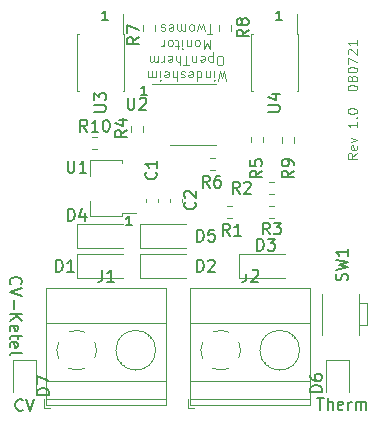
<source format=gto>
G04 #@! TF.GenerationSoftware,KiCad,Pcbnew,(5.1.9)-1*
G04 #@! TF.CreationDate,2021-07-08T21:32:50+02:00*
G04 #@! TF.ProjectId,OpenThermMonitorTwomes,4f70656e-5468-4657-926d-4d6f6e69746f,rev?*
G04 #@! TF.SameCoordinates,Original*
G04 #@! TF.FileFunction,Legend,Top*
G04 #@! TF.FilePolarity,Positive*
%FSLAX46Y46*%
G04 Gerber Fmt 4.6, Leading zero omitted, Abs format (unit mm)*
G04 Created by KiCad (PCBNEW (5.1.9)-1) date 2021-07-08 21:32:50*
%MOMM*%
%LPD*%
G01*
G04 APERTURE LIST*
%ADD10C,0.120000*%
%ADD11C,0.150000*%
%ADD12C,0.920000*%
%ADD13C,2.720000*%
%ADD14O,1.920000X1.920000*%
%ADD15C,0.100000*%
G04 APERTURE END LIST*
D10*
X153269904Y-96119380D02*
X152888952Y-96386047D01*
X153269904Y-96576523D02*
X152469904Y-96576523D01*
X152469904Y-96271761D01*
X152508000Y-96195571D01*
X152546095Y-96157476D01*
X152622285Y-96119380D01*
X152736571Y-96119380D01*
X152812761Y-96157476D01*
X152850857Y-96195571D01*
X152888952Y-96271761D01*
X152888952Y-96576523D01*
X153231809Y-95471761D02*
X153269904Y-95547952D01*
X153269904Y-95700333D01*
X153231809Y-95776523D01*
X153155619Y-95814619D01*
X152850857Y-95814619D01*
X152774666Y-95776523D01*
X152736571Y-95700333D01*
X152736571Y-95547952D01*
X152774666Y-95471761D01*
X152850857Y-95433666D01*
X152927047Y-95433666D01*
X153003238Y-95814619D01*
X152736571Y-95167000D02*
X153269904Y-94976523D01*
X152736571Y-94786047D01*
X153269904Y-93452714D02*
X153269904Y-93909857D01*
X153269904Y-93681285D02*
X152469904Y-93681285D01*
X152584190Y-93757476D01*
X152660380Y-93833666D01*
X152698476Y-93909857D01*
X153193714Y-93109857D02*
X153231809Y-93071761D01*
X153269904Y-93109857D01*
X153231809Y-93147952D01*
X153193714Y-93109857D01*
X153269904Y-93109857D01*
X152469904Y-92576523D02*
X152469904Y-92500333D01*
X152508000Y-92424142D01*
X152546095Y-92386047D01*
X152622285Y-92347952D01*
X152774666Y-92309857D01*
X152965142Y-92309857D01*
X153117523Y-92347952D01*
X153193714Y-92386047D01*
X153231809Y-92424142D01*
X153269904Y-92500333D01*
X153269904Y-92576523D01*
X153231809Y-92652714D01*
X153193714Y-92690809D01*
X153117523Y-92728904D01*
X152965142Y-92767000D01*
X152774666Y-92767000D01*
X152622285Y-92728904D01*
X152546095Y-92690809D01*
X152508000Y-92652714D01*
X152469904Y-92576523D01*
X152469904Y-90595571D02*
X152469904Y-90519380D01*
X152508000Y-90443190D01*
X152546095Y-90405095D01*
X152622285Y-90367000D01*
X152774666Y-90328904D01*
X152965142Y-90328904D01*
X153117523Y-90367000D01*
X153193714Y-90405095D01*
X153231809Y-90443190D01*
X153269904Y-90519380D01*
X153269904Y-90595571D01*
X153231809Y-90671761D01*
X153193714Y-90709857D01*
X153117523Y-90747952D01*
X152965142Y-90786047D01*
X152774666Y-90786047D01*
X152622285Y-90747952D01*
X152546095Y-90709857D01*
X152508000Y-90671761D01*
X152469904Y-90595571D01*
X152812761Y-89871761D02*
X152774666Y-89947952D01*
X152736571Y-89986047D01*
X152660380Y-90024142D01*
X152622285Y-90024142D01*
X152546095Y-89986047D01*
X152508000Y-89947952D01*
X152469904Y-89871761D01*
X152469904Y-89719380D01*
X152508000Y-89643190D01*
X152546095Y-89605095D01*
X152622285Y-89567000D01*
X152660380Y-89567000D01*
X152736571Y-89605095D01*
X152774666Y-89643190D01*
X152812761Y-89719380D01*
X152812761Y-89871761D01*
X152850857Y-89947952D01*
X152888952Y-89986047D01*
X152965142Y-90024142D01*
X153117523Y-90024142D01*
X153193714Y-89986047D01*
X153231809Y-89947952D01*
X153269904Y-89871761D01*
X153269904Y-89719380D01*
X153231809Y-89643190D01*
X153193714Y-89605095D01*
X153117523Y-89567000D01*
X152965142Y-89567000D01*
X152888952Y-89605095D01*
X152850857Y-89643190D01*
X152812761Y-89719380D01*
X152469904Y-89071761D02*
X152469904Y-88995571D01*
X152508000Y-88919380D01*
X152546095Y-88881285D01*
X152622285Y-88843190D01*
X152774666Y-88805095D01*
X152965142Y-88805095D01*
X153117523Y-88843190D01*
X153193714Y-88881285D01*
X153231809Y-88919380D01*
X153269904Y-88995571D01*
X153269904Y-89071761D01*
X153231809Y-89147952D01*
X153193714Y-89186047D01*
X153117523Y-89224142D01*
X152965142Y-89262238D01*
X152774666Y-89262238D01*
X152622285Y-89224142D01*
X152546095Y-89186047D01*
X152508000Y-89147952D01*
X152469904Y-89071761D01*
X152469904Y-88538428D02*
X152469904Y-88005095D01*
X153269904Y-88347952D01*
X152546095Y-87738428D02*
X152508000Y-87700333D01*
X152469904Y-87624142D01*
X152469904Y-87433666D01*
X152508000Y-87357476D01*
X152546095Y-87319380D01*
X152622285Y-87281285D01*
X152698476Y-87281285D01*
X152812761Y-87319380D01*
X153269904Y-87776523D01*
X153269904Y-87281285D01*
X153269904Y-86519380D02*
X153269904Y-86976523D01*
X153269904Y-86747952D02*
X152469904Y-86747952D01*
X152584190Y-86824142D01*
X152660380Y-86900333D01*
X152698476Y-86976523D01*
D11*
X124975952Y-117832142D02*
X124928333Y-117879761D01*
X124785476Y-117927380D01*
X124690238Y-117927380D01*
X124547380Y-117879761D01*
X124452142Y-117784523D01*
X124404523Y-117689285D01*
X124356904Y-117498809D01*
X124356904Y-117355952D01*
X124404523Y-117165476D01*
X124452142Y-117070238D01*
X124547380Y-116975000D01*
X124690238Y-116927380D01*
X124785476Y-116927380D01*
X124928333Y-116975000D01*
X124975952Y-117022619D01*
X125261666Y-116927380D02*
X125595000Y-117927380D01*
X125928333Y-116927380D01*
D10*
X142163380Y-89946095D02*
X141972904Y-89146095D01*
X141820523Y-89717523D01*
X141668142Y-89146095D01*
X141477666Y-89946095D01*
X141172904Y-89146095D02*
X141172904Y-89679428D01*
X141172904Y-89946095D02*
X141211000Y-89908000D01*
X141172904Y-89869904D01*
X141134809Y-89908000D01*
X141172904Y-89946095D01*
X141172904Y-89869904D01*
X140791952Y-89679428D02*
X140791952Y-89146095D01*
X140791952Y-89603238D02*
X140753857Y-89641333D01*
X140677666Y-89679428D01*
X140563380Y-89679428D01*
X140487190Y-89641333D01*
X140449095Y-89565142D01*
X140449095Y-89146095D01*
X139725285Y-89146095D02*
X139725285Y-89946095D01*
X139725285Y-89184190D02*
X139801476Y-89146095D01*
X139953857Y-89146095D01*
X140030047Y-89184190D01*
X140068142Y-89222285D01*
X140106238Y-89298476D01*
X140106238Y-89527047D01*
X140068142Y-89603238D01*
X140030047Y-89641333D01*
X139953857Y-89679428D01*
X139801476Y-89679428D01*
X139725285Y-89641333D01*
X139039571Y-89184190D02*
X139115761Y-89146095D01*
X139268142Y-89146095D01*
X139344333Y-89184190D01*
X139382428Y-89260380D01*
X139382428Y-89565142D01*
X139344333Y-89641333D01*
X139268142Y-89679428D01*
X139115761Y-89679428D01*
X139039571Y-89641333D01*
X139001476Y-89565142D01*
X139001476Y-89488952D01*
X139382428Y-89412761D01*
X138696714Y-89184190D02*
X138620523Y-89146095D01*
X138468142Y-89146095D01*
X138391952Y-89184190D01*
X138353857Y-89260380D01*
X138353857Y-89298476D01*
X138391952Y-89374666D01*
X138468142Y-89412761D01*
X138582428Y-89412761D01*
X138658619Y-89450857D01*
X138696714Y-89527047D01*
X138696714Y-89565142D01*
X138658619Y-89641333D01*
X138582428Y-89679428D01*
X138468142Y-89679428D01*
X138391952Y-89641333D01*
X138011000Y-89146095D02*
X138011000Y-89946095D01*
X137668142Y-89146095D02*
X137668142Y-89565142D01*
X137706238Y-89641333D01*
X137782428Y-89679428D01*
X137896714Y-89679428D01*
X137972904Y-89641333D01*
X138011000Y-89603238D01*
X136982428Y-89184190D02*
X137058619Y-89146095D01*
X137211000Y-89146095D01*
X137287190Y-89184190D01*
X137325285Y-89260380D01*
X137325285Y-89565142D01*
X137287190Y-89641333D01*
X137211000Y-89679428D01*
X137058619Y-89679428D01*
X136982428Y-89641333D01*
X136944333Y-89565142D01*
X136944333Y-89488952D01*
X137325285Y-89412761D01*
X136601476Y-89146095D02*
X136601476Y-89679428D01*
X136601476Y-89946095D02*
X136639571Y-89908000D01*
X136601476Y-89869904D01*
X136563380Y-89908000D01*
X136601476Y-89946095D01*
X136601476Y-89869904D01*
X136220523Y-89146095D02*
X136220523Y-89679428D01*
X136220523Y-89603238D02*
X136182428Y-89641333D01*
X136106238Y-89679428D01*
X135991952Y-89679428D01*
X135915761Y-89641333D01*
X135877666Y-89565142D01*
X135877666Y-89146095D01*
X135877666Y-89565142D02*
X135839571Y-89641333D01*
X135763380Y-89679428D01*
X135649095Y-89679428D01*
X135572904Y-89641333D01*
X135534809Y-89565142D01*
X135534809Y-89146095D01*
X141744333Y-88626095D02*
X141591952Y-88626095D01*
X141515761Y-88588000D01*
X141439571Y-88511809D01*
X141401476Y-88359428D01*
X141401476Y-88092761D01*
X141439571Y-87940380D01*
X141515761Y-87864190D01*
X141591952Y-87826095D01*
X141744333Y-87826095D01*
X141820523Y-87864190D01*
X141896714Y-87940380D01*
X141934809Y-88092761D01*
X141934809Y-88359428D01*
X141896714Y-88511809D01*
X141820523Y-88588000D01*
X141744333Y-88626095D01*
X141058619Y-88359428D02*
X141058619Y-87559428D01*
X141058619Y-88321333D02*
X140982428Y-88359428D01*
X140830047Y-88359428D01*
X140753857Y-88321333D01*
X140715761Y-88283238D01*
X140677666Y-88207047D01*
X140677666Y-87978476D01*
X140715761Y-87902285D01*
X140753857Y-87864190D01*
X140830047Y-87826095D01*
X140982428Y-87826095D01*
X141058619Y-87864190D01*
X140030047Y-87864190D02*
X140106238Y-87826095D01*
X140258619Y-87826095D01*
X140334809Y-87864190D01*
X140372904Y-87940380D01*
X140372904Y-88245142D01*
X140334809Y-88321333D01*
X140258619Y-88359428D01*
X140106238Y-88359428D01*
X140030047Y-88321333D01*
X139991952Y-88245142D01*
X139991952Y-88168952D01*
X140372904Y-88092761D01*
X139649095Y-88359428D02*
X139649095Y-87826095D01*
X139649095Y-88283238D02*
X139611000Y-88321333D01*
X139534809Y-88359428D01*
X139420523Y-88359428D01*
X139344333Y-88321333D01*
X139306238Y-88245142D01*
X139306238Y-87826095D01*
X139039571Y-88626095D02*
X138582428Y-88626095D01*
X138811000Y-87826095D02*
X138811000Y-88626095D01*
X138315761Y-87826095D02*
X138315761Y-88626095D01*
X137972904Y-87826095D02*
X137972904Y-88245142D01*
X138011000Y-88321333D01*
X138087190Y-88359428D01*
X138201476Y-88359428D01*
X138277666Y-88321333D01*
X138315761Y-88283238D01*
X137287190Y-87864190D02*
X137363380Y-87826095D01*
X137515761Y-87826095D01*
X137591952Y-87864190D01*
X137630047Y-87940380D01*
X137630047Y-88245142D01*
X137591952Y-88321333D01*
X137515761Y-88359428D01*
X137363380Y-88359428D01*
X137287190Y-88321333D01*
X137249095Y-88245142D01*
X137249095Y-88168952D01*
X137630047Y-88092761D01*
X136906238Y-87826095D02*
X136906238Y-88359428D01*
X136906238Y-88207047D02*
X136868142Y-88283238D01*
X136830047Y-88321333D01*
X136753857Y-88359428D01*
X136677666Y-88359428D01*
X136411000Y-87826095D02*
X136411000Y-88359428D01*
X136411000Y-88283238D02*
X136372904Y-88321333D01*
X136296714Y-88359428D01*
X136182428Y-88359428D01*
X136106238Y-88321333D01*
X136068142Y-88245142D01*
X136068142Y-87826095D01*
X136068142Y-88245142D02*
X136030047Y-88321333D01*
X135953857Y-88359428D01*
X135839571Y-88359428D01*
X135763380Y-88321333D01*
X135725285Y-88245142D01*
X135725285Y-87826095D01*
X140830047Y-86506095D02*
X140830047Y-87306095D01*
X140563380Y-86734666D01*
X140296714Y-87306095D01*
X140296714Y-86506095D01*
X139801476Y-86506095D02*
X139877666Y-86544190D01*
X139915761Y-86582285D01*
X139953857Y-86658476D01*
X139953857Y-86887047D01*
X139915761Y-86963238D01*
X139877666Y-87001333D01*
X139801476Y-87039428D01*
X139687190Y-87039428D01*
X139611000Y-87001333D01*
X139572904Y-86963238D01*
X139534809Y-86887047D01*
X139534809Y-86658476D01*
X139572904Y-86582285D01*
X139611000Y-86544190D01*
X139687190Y-86506095D01*
X139801476Y-86506095D01*
X139191952Y-87039428D02*
X139191952Y-86506095D01*
X139191952Y-86963238D02*
X139153857Y-87001333D01*
X139077666Y-87039428D01*
X138963380Y-87039428D01*
X138887190Y-87001333D01*
X138849095Y-86925142D01*
X138849095Y-86506095D01*
X138468142Y-86506095D02*
X138468142Y-87039428D01*
X138468142Y-87306095D02*
X138506238Y-87268000D01*
X138468142Y-87229904D01*
X138430047Y-87268000D01*
X138468142Y-87306095D01*
X138468142Y-87229904D01*
X138201476Y-87039428D02*
X137896714Y-87039428D01*
X138087190Y-87306095D02*
X138087190Y-86620380D01*
X138049095Y-86544190D01*
X137972904Y-86506095D01*
X137896714Y-86506095D01*
X137515761Y-86506095D02*
X137591952Y-86544190D01*
X137630047Y-86582285D01*
X137668142Y-86658476D01*
X137668142Y-86887047D01*
X137630047Y-86963238D01*
X137591952Y-87001333D01*
X137515761Y-87039428D01*
X137401476Y-87039428D01*
X137325285Y-87001333D01*
X137287190Y-86963238D01*
X137249095Y-86887047D01*
X137249095Y-86658476D01*
X137287190Y-86582285D01*
X137325285Y-86544190D01*
X137401476Y-86506095D01*
X137515761Y-86506095D01*
X136906238Y-86506095D02*
X136906238Y-87039428D01*
X136906238Y-86887047D02*
X136868142Y-86963238D01*
X136830047Y-87001333D01*
X136753857Y-87039428D01*
X136677666Y-87039428D01*
X141020523Y-85986095D02*
X140563380Y-85986095D01*
X140791952Y-85186095D02*
X140791952Y-85986095D01*
X140372904Y-85719428D02*
X140220523Y-85186095D01*
X140068142Y-85567047D01*
X139915761Y-85186095D01*
X139763380Y-85719428D01*
X139344333Y-85186095D02*
X139420523Y-85224190D01*
X139458619Y-85262285D01*
X139496714Y-85338476D01*
X139496714Y-85567047D01*
X139458619Y-85643238D01*
X139420523Y-85681333D01*
X139344333Y-85719428D01*
X139230047Y-85719428D01*
X139153857Y-85681333D01*
X139115761Y-85643238D01*
X139077666Y-85567047D01*
X139077666Y-85338476D01*
X139115761Y-85262285D01*
X139153857Y-85224190D01*
X139230047Y-85186095D01*
X139344333Y-85186095D01*
X138734809Y-85186095D02*
X138734809Y-85719428D01*
X138734809Y-85643238D02*
X138696714Y-85681333D01*
X138620523Y-85719428D01*
X138506238Y-85719428D01*
X138430047Y-85681333D01*
X138391952Y-85605142D01*
X138391952Y-85186095D01*
X138391952Y-85605142D02*
X138353857Y-85681333D01*
X138277666Y-85719428D01*
X138163380Y-85719428D01*
X138087190Y-85681333D01*
X138049095Y-85605142D01*
X138049095Y-85186095D01*
X137363380Y-85224190D02*
X137439571Y-85186095D01*
X137591952Y-85186095D01*
X137668142Y-85224190D01*
X137706238Y-85300380D01*
X137706238Y-85605142D01*
X137668142Y-85681333D01*
X137591952Y-85719428D01*
X137439571Y-85719428D01*
X137363380Y-85681333D01*
X137325285Y-85605142D01*
X137325285Y-85528952D01*
X137706238Y-85452761D01*
X137020523Y-85224190D02*
X136944333Y-85186095D01*
X136791952Y-85186095D01*
X136715761Y-85224190D01*
X136677666Y-85300380D01*
X136677666Y-85338476D01*
X136715761Y-85414666D01*
X136791952Y-85452761D01*
X136906238Y-85452761D01*
X136982428Y-85490857D01*
X137020523Y-85567047D01*
X137020523Y-85605142D01*
X136982428Y-85681333D01*
X136906238Y-85719428D01*
X136791952Y-85719428D01*
X136715761Y-85681333D01*
D11*
X132181571Y-84816904D02*
X131724428Y-84816904D01*
X131953000Y-84816904D02*
X131953000Y-84016904D01*
X131876809Y-84131190D01*
X131800619Y-84207380D01*
X131724428Y-84245476D01*
X146913571Y-84816904D02*
X146456428Y-84816904D01*
X146685000Y-84816904D02*
X146685000Y-84016904D01*
X146608809Y-84131190D01*
X146532619Y-84207380D01*
X146456428Y-84245476D01*
X134213571Y-102215904D02*
X133756428Y-102215904D01*
X133985000Y-102215904D02*
X133985000Y-101415904D01*
X133908809Y-101530190D01*
X133832619Y-101606380D01*
X133756428Y-101644476D01*
X135483571Y-91166904D02*
X135026428Y-91166904D01*
X135255000Y-91166904D02*
X135255000Y-90366904D01*
X135178809Y-90481190D01*
X135102619Y-90557380D01*
X135026428Y-90595476D01*
X149876142Y-116800380D02*
X150447571Y-116800380D01*
X150161857Y-117800380D02*
X150161857Y-116800380D01*
X150780904Y-117800380D02*
X150780904Y-116800380D01*
X151209476Y-117800380D02*
X151209476Y-117276571D01*
X151161857Y-117181333D01*
X151066619Y-117133714D01*
X150923761Y-117133714D01*
X150828523Y-117181333D01*
X150780904Y-117228952D01*
X152066619Y-117752761D02*
X151971380Y-117800380D01*
X151780904Y-117800380D01*
X151685666Y-117752761D01*
X151638047Y-117657523D01*
X151638047Y-117276571D01*
X151685666Y-117181333D01*
X151780904Y-117133714D01*
X151971380Y-117133714D01*
X152066619Y-117181333D01*
X152114238Y-117276571D01*
X152114238Y-117371809D01*
X151638047Y-117467047D01*
X152542809Y-117800380D02*
X152542809Y-117133714D01*
X152542809Y-117324190D02*
X152590428Y-117228952D01*
X152638047Y-117181333D01*
X152733285Y-117133714D01*
X152828523Y-117133714D01*
X153161857Y-117800380D02*
X153161857Y-117133714D01*
X153161857Y-117228952D02*
X153209476Y-117181333D01*
X153304714Y-117133714D01*
X153447571Y-117133714D01*
X153542809Y-117181333D01*
X153590428Y-117276571D01*
X153590428Y-117800380D01*
X153590428Y-117276571D02*
X153638047Y-117181333D01*
X153733285Y-117133714D01*
X153876142Y-117133714D01*
X153971380Y-117181333D01*
X154019000Y-117276571D01*
X154019000Y-117800380D01*
X123975857Y-107212142D02*
X123928238Y-107164523D01*
X123880619Y-107021666D01*
X123880619Y-106926428D01*
X123928238Y-106783571D01*
X124023476Y-106688333D01*
X124118714Y-106640714D01*
X124309190Y-106593095D01*
X124452047Y-106593095D01*
X124642523Y-106640714D01*
X124737761Y-106688333D01*
X124833000Y-106783571D01*
X124880619Y-106926428D01*
X124880619Y-107021666D01*
X124833000Y-107164523D01*
X124785380Y-107212142D01*
X124880619Y-107497857D02*
X123880619Y-107831190D01*
X124880619Y-108164523D01*
X124261571Y-108497857D02*
X124261571Y-109259761D01*
X123880619Y-109735952D02*
X124880619Y-109735952D01*
X123880619Y-110307380D02*
X124452047Y-109878809D01*
X124880619Y-110307380D02*
X124309190Y-109735952D01*
X123928238Y-111116904D02*
X123880619Y-111021666D01*
X123880619Y-110831190D01*
X123928238Y-110735952D01*
X124023476Y-110688333D01*
X124404428Y-110688333D01*
X124499666Y-110735952D01*
X124547285Y-110831190D01*
X124547285Y-111021666D01*
X124499666Y-111116904D01*
X124404428Y-111164523D01*
X124309190Y-111164523D01*
X124213952Y-110688333D01*
X124547285Y-111450238D02*
X124547285Y-111831190D01*
X124880619Y-111593095D02*
X124023476Y-111593095D01*
X123928238Y-111640714D01*
X123880619Y-111735952D01*
X123880619Y-111831190D01*
X123928238Y-112545476D02*
X123880619Y-112450238D01*
X123880619Y-112259761D01*
X123928238Y-112164523D01*
X124023476Y-112116904D01*
X124404428Y-112116904D01*
X124499666Y-112164523D01*
X124547285Y-112259761D01*
X124547285Y-112450238D01*
X124499666Y-112545476D01*
X124404428Y-112593095D01*
X124309190Y-112593095D01*
X124213952Y-112116904D01*
X123880619Y-113164523D02*
X123928238Y-113069285D01*
X124023476Y-113021666D01*
X124880619Y-113021666D01*
D10*
X153442000Y-107978000D02*
X153442000Y-111478000D01*
X150342000Y-111478000D02*
X150342000Y-107978000D01*
X154092000Y-110678000D02*
X153442000Y-110678000D01*
X154092000Y-108778000D02*
X154092000Y-110678000D01*
X153442000Y-108778000D02*
X154092000Y-108778000D01*
X138932000Y-117676000D02*
X139432000Y-117676000D01*
X138932000Y-116936000D02*
X138932000Y-117676000D01*
X145505000Y-113799000D02*
X145458000Y-113845000D01*
X147802000Y-111501000D02*
X147767000Y-111537000D01*
X145698000Y-114015000D02*
X145663000Y-114050000D01*
X148007000Y-111707000D02*
X147960000Y-111753000D01*
X149292000Y-107515000D02*
X149292000Y-117436000D01*
X139172000Y-107515000D02*
X139172000Y-117436000D01*
X139172000Y-117436000D02*
X149292000Y-117436000D01*
X139172000Y-107515000D02*
X149292000Y-107515000D01*
X139172000Y-110475000D02*
X149292000Y-110475000D01*
X139172000Y-115376000D02*
X149292000Y-115376000D01*
X139172000Y-116876000D02*
X149292000Y-116876000D01*
X148412000Y-112776000D02*
G75*
G03*
X148412000Y-112776000I-1680000J0D01*
G01*
X142415318Y-114310756D02*
G75*
G02*
X141732000Y-114456000I-683318J1534756D01*
G01*
X143267426Y-112092958D02*
G75*
G02*
X143267000Y-113460000I-1535426J-683042D01*
G01*
X141048958Y-111240574D02*
G75*
G02*
X142416000Y-111241000I683042J-1535426D01*
G01*
X140196574Y-113459042D02*
G75*
G02*
X140197000Y-112092000I1535426J683042D01*
G01*
X141760805Y-114456253D02*
G75*
G02*
X141048000Y-114311000I-28805J1680253D01*
G01*
X136220000Y-112776000D02*
G75*
G03*
X136220000Y-112776000I-1680000J0D01*
G01*
X126980000Y-116876000D02*
X137100000Y-116876000D01*
X126980000Y-115376000D02*
X137100000Y-115376000D01*
X126980000Y-110475000D02*
X137100000Y-110475000D01*
X126980000Y-107515000D02*
X137100000Y-107515000D01*
X126980000Y-117436000D02*
X137100000Y-117436000D01*
X126980000Y-107515000D02*
X126980000Y-117436000D01*
X137100000Y-107515000D02*
X137100000Y-117436000D01*
X135815000Y-111707000D02*
X135768000Y-111753000D01*
X133506000Y-114015000D02*
X133471000Y-114050000D01*
X135610000Y-111501000D02*
X135575000Y-111537000D01*
X133313000Y-113799000D02*
X133266000Y-113845000D01*
X126740000Y-116936000D02*
X126740000Y-117676000D01*
X126740000Y-117676000D02*
X127240000Y-117676000D01*
X129568805Y-114456253D02*
G75*
G02*
X128856000Y-114311000I-28805J1680253D01*
G01*
X128004574Y-113459042D02*
G75*
G02*
X128005000Y-112092000I1535426J683042D01*
G01*
X128856958Y-111240574D02*
G75*
G02*
X130224000Y-111241000I683042J-1535426D01*
G01*
X131075426Y-112092958D02*
G75*
G02*
X131075000Y-113460000I-1535426J-683042D01*
G01*
X130223318Y-114310756D02*
G75*
G02*
X129540000Y-114456000I-683318J1534756D01*
G01*
X134910000Y-102124000D02*
X138810000Y-102124000D01*
X134910000Y-104124000D02*
X138810000Y-104124000D01*
X134910000Y-102124000D02*
X134910000Y-104124000D01*
X129576000Y-102124000D02*
X133476000Y-102124000D01*
X129576000Y-104124000D02*
X133476000Y-104124000D01*
X129576000Y-102124000D02*
X129576000Y-104124000D01*
X143292000Y-104664000D02*
X147192000Y-104664000D01*
X143292000Y-106664000D02*
X147192000Y-106664000D01*
X143292000Y-104664000D02*
X143292000Y-106664000D01*
X134910000Y-104664000D02*
X138810000Y-104664000D01*
X134910000Y-106664000D02*
X138810000Y-106664000D01*
X134910000Y-104664000D02*
X134910000Y-106664000D01*
X129576000Y-104664000D02*
X133476000Y-104664000D01*
X129576000Y-106664000D02*
X133476000Y-106664000D01*
X129576000Y-104664000D02*
X129576000Y-106664000D01*
X148154000Y-85992000D02*
X148154000Y-84292000D01*
X144454000Y-90792000D02*
X144304000Y-90792000D01*
X144304000Y-90792000D02*
X144304000Y-85992000D01*
X144304000Y-85992000D02*
X144454000Y-85992000D01*
X148154000Y-85992000D02*
X148304000Y-85992000D01*
X148304000Y-85992000D02*
X148304000Y-90792000D01*
X148304000Y-90792000D02*
X148154000Y-90792000D01*
X133572000Y-90792000D02*
X133422000Y-90792000D01*
X133572000Y-85992000D02*
X133572000Y-90792000D01*
X133422000Y-85992000D02*
X133572000Y-85992000D01*
X129572000Y-85992000D02*
X129722000Y-85992000D01*
X129572000Y-90792000D02*
X129572000Y-85992000D01*
X129722000Y-90792000D02*
X129572000Y-90792000D01*
X133422000Y-85992000D02*
X133422000Y-84292000D01*
X139381000Y-90277000D02*
X135931000Y-90277000D01*
X139381000Y-90277000D02*
X141331000Y-90277000D01*
X139381000Y-95397000D02*
X137431000Y-95397000D01*
X139381000Y-95397000D02*
X141331000Y-95397000D01*
X133394000Y-96700000D02*
X133394000Y-96930000D01*
X133394000Y-101420000D02*
X133394000Y-101190000D01*
X133394000Y-101420000D02*
X130674000Y-101420000D01*
X130674000Y-101420000D02*
X130674000Y-100110000D01*
X134534000Y-101190000D02*
X133394000Y-101190000D01*
X130674000Y-96700000D02*
X133394000Y-96700000D01*
X130674000Y-98010000D02*
X130674000Y-96700000D01*
X130826742Y-95772500D02*
X131301258Y-95772500D01*
X130826742Y-94727500D02*
X131301258Y-94727500D01*
X146924500Y-94758742D02*
X146924500Y-95233258D01*
X147969500Y-94758742D02*
X147969500Y-95233258D01*
X142635500Y-85708258D02*
X142635500Y-85233742D01*
X141590500Y-85708258D02*
X141590500Y-85233742D01*
X136158500Y-85708258D02*
X136158500Y-85233742D01*
X135113500Y-85708258D02*
X135113500Y-85233742D01*
X141270258Y-96505500D02*
X140795742Y-96505500D01*
X141270258Y-97550500D02*
X140795742Y-97550500D01*
X144257500Y-94695742D02*
X144257500Y-95170258D01*
X145302500Y-94695742D02*
X145302500Y-95170258D01*
X134097500Y-93805742D02*
X134097500Y-94280258D01*
X135142500Y-93805742D02*
X135142500Y-94280258D01*
X146287258Y-100569500D02*
X145812742Y-100569500D01*
X146287258Y-101614500D02*
X145812742Y-101614500D01*
X145812742Y-99582500D02*
X146287258Y-99582500D01*
X145812742Y-98537500D02*
X146287258Y-98537500D01*
X142256742Y-101614500D02*
X142731258Y-101614500D01*
X142256742Y-100569500D02*
X142731258Y-100569500D01*
X124135000Y-113631000D02*
X124135000Y-116316000D01*
X126055000Y-113631000D02*
X124135000Y-113631000D01*
X126055000Y-116316000D02*
X126055000Y-113631000D01*
X150678000Y-113631000D02*
X150678000Y-116316000D01*
X152598000Y-113631000D02*
X150678000Y-113631000D01*
X152598000Y-116316000D02*
X152598000Y-113631000D01*
X137412000Y-99935420D02*
X137412000Y-100216580D01*
X138432000Y-99935420D02*
X138432000Y-100216580D01*
X135380000Y-99935420D02*
X135380000Y-100216580D01*
X136400000Y-99935420D02*
X136400000Y-100216580D01*
D11*
X152423761Y-106870333D02*
X152471380Y-106727476D01*
X152471380Y-106489380D01*
X152423761Y-106394142D01*
X152376142Y-106346523D01*
X152280904Y-106298904D01*
X152185666Y-106298904D01*
X152090428Y-106346523D01*
X152042809Y-106394142D01*
X151995190Y-106489380D01*
X151947571Y-106679857D01*
X151899952Y-106775095D01*
X151852333Y-106822714D01*
X151757095Y-106870333D01*
X151661857Y-106870333D01*
X151566619Y-106822714D01*
X151519000Y-106775095D01*
X151471380Y-106679857D01*
X151471380Y-106441761D01*
X151519000Y-106298904D01*
X151471380Y-105965571D02*
X152471380Y-105727476D01*
X151757095Y-105537000D01*
X152471380Y-105346523D01*
X151471380Y-105108428D01*
X152471380Y-104203666D02*
X152471380Y-104775095D01*
X152471380Y-104489380D02*
X151471380Y-104489380D01*
X151614238Y-104584619D01*
X151709476Y-104679857D01*
X151757095Y-104775095D01*
X143898666Y-105968380D02*
X143898666Y-106682666D01*
X143851047Y-106825523D01*
X143755809Y-106920761D01*
X143612952Y-106968380D01*
X143517714Y-106968380D01*
X144327238Y-106063619D02*
X144374857Y-106016000D01*
X144470095Y-105968380D01*
X144708190Y-105968380D01*
X144803428Y-106016000D01*
X144851047Y-106063619D01*
X144898666Y-106158857D01*
X144898666Y-106254095D01*
X144851047Y-106396952D01*
X144279619Y-106968380D01*
X144898666Y-106968380D01*
X131706666Y-105968380D02*
X131706666Y-106682666D01*
X131659047Y-106825523D01*
X131563809Y-106920761D01*
X131420952Y-106968380D01*
X131325714Y-106968380D01*
X132706666Y-106968380D02*
X132135238Y-106968380D01*
X132420952Y-106968380D02*
X132420952Y-105968380D01*
X132325714Y-106111238D01*
X132230476Y-106206476D01*
X132135238Y-106254095D01*
X139723904Y-103576380D02*
X139723904Y-102576380D01*
X139962000Y-102576380D01*
X140104857Y-102624000D01*
X140200095Y-102719238D01*
X140247714Y-102814476D01*
X140295333Y-103004952D01*
X140295333Y-103147809D01*
X140247714Y-103338285D01*
X140200095Y-103433523D01*
X140104857Y-103528761D01*
X139962000Y-103576380D01*
X139723904Y-103576380D01*
X141200095Y-102576380D02*
X140723904Y-102576380D01*
X140676285Y-103052571D01*
X140723904Y-103004952D01*
X140819142Y-102957333D01*
X141057238Y-102957333D01*
X141152476Y-103004952D01*
X141200095Y-103052571D01*
X141247714Y-103147809D01*
X141247714Y-103385904D01*
X141200095Y-103481142D01*
X141152476Y-103528761D01*
X141057238Y-103576380D01*
X140819142Y-103576380D01*
X140723904Y-103528761D01*
X140676285Y-103481142D01*
X128801904Y-101798380D02*
X128801904Y-100798380D01*
X129040000Y-100798380D01*
X129182857Y-100846000D01*
X129278095Y-100941238D01*
X129325714Y-101036476D01*
X129373333Y-101226952D01*
X129373333Y-101369809D01*
X129325714Y-101560285D01*
X129278095Y-101655523D01*
X129182857Y-101750761D01*
X129040000Y-101798380D01*
X128801904Y-101798380D01*
X130230476Y-101131714D02*
X130230476Y-101798380D01*
X129992380Y-100750761D02*
X129754285Y-101465047D01*
X130373333Y-101465047D01*
X144803904Y-104338380D02*
X144803904Y-103338380D01*
X145042000Y-103338380D01*
X145184857Y-103386000D01*
X145280095Y-103481238D01*
X145327714Y-103576476D01*
X145375333Y-103766952D01*
X145375333Y-103909809D01*
X145327714Y-104100285D01*
X145280095Y-104195523D01*
X145184857Y-104290761D01*
X145042000Y-104338380D01*
X144803904Y-104338380D01*
X145708666Y-103338380D02*
X146327714Y-103338380D01*
X145994380Y-103719333D01*
X146137238Y-103719333D01*
X146232476Y-103766952D01*
X146280095Y-103814571D01*
X146327714Y-103909809D01*
X146327714Y-104147904D01*
X146280095Y-104243142D01*
X146232476Y-104290761D01*
X146137238Y-104338380D01*
X145851523Y-104338380D01*
X145756285Y-104290761D01*
X145708666Y-104243142D01*
X139723904Y-106116380D02*
X139723904Y-105116380D01*
X139962000Y-105116380D01*
X140104857Y-105164000D01*
X140200095Y-105259238D01*
X140247714Y-105354476D01*
X140295333Y-105544952D01*
X140295333Y-105687809D01*
X140247714Y-105878285D01*
X140200095Y-105973523D01*
X140104857Y-106068761D01*
X139962000Y-106116380D01*
X139723904Y-106116380D01*
X140676285Y-105211619D02*
X140723904Y-105164000D01*
X140819142Y-105116380D01*
X141057238Y-105116380D01*
X141152476Y-105164000D01*
X141200095Y-105211619D01*
X141247714Y-105306857D01*
X141247714Y-105402095D01*
X141200095Y-105544952D01*
X140628666Y-106116380D01*
X141247714Y-106116380D01*
X127785904Y-106116380D02*
X127785904Y-105116380D01*
X128024000Y-105116380D01*
X128166857Y-105164000D01*
X128262095Y-105259238D01*
X128309714Y-105354476D01*
X128357333Y-105544952D01*
X128357333Y-105687809D01*
X128309714Y-105878285D01*
X128262095Y-105973523D01*
X128166857Y-106068761D01*
X128024000Y-106116380D01*
X127785904Y-106116380D01*
X129309714Y-106116380D02*
X128738285Y-106116380D01*
X129024000Y-106116380D02*
X129024000Y-105116380D01*
X128928761Y-105259238D01*
X128833523Y-105354476D01*
X128738285Y-105402095D01*
X145756380Y-92582904D02*
X146565904Y-92582904D01*
X146661142Y-92535285D01*
X146708761Y-92487666D01*
X146756380Y-92392428D01*
X146756380Y-92201952D01*
X146708761Y-92106714D01*
X146661142Y-92059095D01*
X146565904Y-92011476D01*
X145756380Y-92011476D01*
X146089714Y-91106714D02*
X146756380Y-91106714D01*
X145708761Y-91344809D02*
X146423047Y-91582904D01*
X146423047Y-90963857D01*
X131024380Y-92582904D02*
X131833904Y-92582904D01*
X131929142Y-92535285D01*
X131976761Y-92487666D01*
X132024380Y-92392428D01*
X132024380Y-92201952D01*
X131976761Y-92106714D01*
X131929142Y-92059095D01*
X131833904Y-92011476D01*
X131024380Y-92011476D01*
X131024380Y-91630523D02*
X131024380Y-91011476D01*
X131405333Y-91344809D01*
X131405333Y-91201952D01*
X131452952Y-91106714D01*
X131500571Y-91059095D01*
X131595809Y-91011476D01*
X131833904Y-91011476D01*
X131929142Y-91059095D01*
X131976761Y-91106714D01*
X132024380Y-91201952D01*
X132024380Y-91487666D01*
X131976761Y-91582904D01*
X131929142Y-91630523D01*
X133858095Y-91400380D02*
X133858095Y-92209904D01*
X133905714Y-92305142D01*
X133953333Y-92352761D01*
X134048571Y-92400380D01*
X134239047Y-92400380D01*
X134334285Y-92352761D01*
X134381904Y-92305142D01*
X134429523Y-92209904D01*
X134429523Y-91400380D01*
X134858095Y-91495619D02*
X134905714Y-91448000D01*
X135000952Y-91400380D01*
X135239047Y-91400380D01*
X135334285Y-91448000D01*
X135381904Y-91495619D01*
X135429523Y-91590857D01*
X135429523Y-91686095D01*
X135381904Y-91828952D01*
X134810476Y-92400380D01*
X135429523Y-92400380D01*
X128778095Y-96734380D02*
X128778095Y-97543904D01*
X128825714Y-97639142D01*
X128873333Y-97686761D01*
X128968571Y-97734380D01*
X129159047Y-97734380D01*
X129254285Y-97686761D01*
X129301904Y-97639142D01*
X129349523Y-97543904D01*
X129349523Y-96734380D01*
X130349523Y-97734380D02*
X129778095Y-97734380D01*
X130063809Y-97734380D02*
X130063809Y-96734380D01*
X129968571Y-96877238D01*
X129873333Y-96972476D01*
X129778095Y-97020095D01*
X130421142Y-94272380D02*
X130087809Y-93796190D01*
X129849714Y-94272380D02*
X129849714Y-93272380D01*
X130230666Y-93272380D01*
X130325904Y-93320000D01*
X130373523Y-93367619D01*
X130421142Y-93462857D01*
X130421142Y-93605714D01*
X130373523Y-93700952D01*
X130325904Y-93748571D01*
X130230666Y-93796190D01*
X129849714Y-93796190D01*
X131373523Y-94272380D02*
X130802095Y-94272380D01*
X131087809Y-94272380D02*
X131087809Y-93272380D01*
X130992571Y-93415238D01*
X130897333Y-93510476D01*
X130802095Y-93558095D01*
X131992571Y-93272380D02*
X132087809Y-93272380D01*
X132183047Y-93320000D01*
X132230666Y-93367619D01*
X132278285Y-93462857D01*
X132325904Y-93653333D01*
X132325904Y-93891428D01*
X132278285Y-94081904D01*
X132230666Y-94177142D01*
X132183047Y-94224761D01*
X132087809Y-94272380D01*
X131992571Y-94272380D01*
X131897333Y-94224761D01*
X131849714Y-94177142D01*
X131802095Y-94081904D01*
X131754476Y-93891428D01*
X131754476Y-93653333D01*
X131802095Y-93462857D01*
X131849714Y-93367619D01*
X131897333Y-93320000D01*
X131992571Y-93272380D01*
X147899380Y-97575666D02*
X147423190Y-97909000D01*
X147899380Y-98147095D02*
X146899380Y-98147095D01*
X146899380Y-97766142D01*
X146947000Y-97670904D01*
X146994619Y-97623285D01*
X147089857Y-97575666D01*
X147232714Y-97575666D01*
X147327952Y-97623285D01*
X147375571Y-97670904D01*
X147423190Y-97766142D01*
X147423190Y-98147095D01*
X147899380Y-97099476D02*
X147899380Y-96909000D01*
X147851761Y-96813761D01*
X147804142Y-96766142D01*
X147661285Y-96670904D01*
X147470809Y-96623285D01*
X147089857Y-96623285D01*
X146994619Y-96670904D01*
X146947000Y-96718523D01*
X146899380Y-96813761D01*
X146899380Y-97004238D01*
X146947000Y-97099476D01*
X146994619Y-97147095D01*
X147089857Y-97194714D01*
X147327952Y-97194714D01*
X147423190Y-97147095D01*
X147470809Y-97099476D01*
X147518428Y-97004238D01*
X147518428Y-96813761D01*
X147470809Y-96718523D01*
X147423190Y-96670904D01*
X147327952Y-96623285D01*
X144089380Y-85637666D02*
X143613190Y-85971000D01*
X144089380Y-86209095D02*
X143089380Y-86209095D01*
X143089380Y-85828142D01*
X143137000Y-85732904D01*
X143184619Y-85685285D01*
X143279857Y-85637666D01*
X143422714Y-85637666D01*
X143517952Y-85685285D01*
X143565571Y-85732904D01*
X143613190Y-85828142D01*
X143613190Y-86209095D01*
X143517952Y-85066238D02*
X143470333Y-85161476D01*
X143422714Y-85209095D01*
X143327476Y-85256714D01*
X143279857Y-85256714D01*
X143184619Y-85209095D01*
X143137000Y-85161476D01*
X143089380Y-85066238D01*
X143089380Y-84875761D01*
X143137000Y-84780523D01*
X143184619Y-84732904D01*
X143279857Y-84685285D01*
X143327476Y-84685285D01*
X143422714Y-84732904D01*
X143470333Y-84780523D01*
X143517952Y-84875761D01*
X143517952Y-85066238D01*
X143565571Y-85161476D01*
X143613190Y-85209095D01*
X143708428Y-85256714D01*
X143898904Y-85256714D01*
X143994142Y-85209095D01*
X144041761Y-85161476D01*
X144089380Y-85066238D01*
X144089380Y-84875761D01*
X144041761Y-84780523D01*
X143994142Y-84732904D01*
X143898904Y-84685285D01*
X143708428Y-84685285D01*
X143613190Y-84732904D01*
X143565571Y-84780523D01*
X143517952Y-84875761D01*
X134818380Y-86272666D02*
X134342190Y-86606000D01*
X134818380Y-86844095D02*
X133818380Y-86844095D01*
X133818380Y-86463142D01*
X133866000Y-86367904D01*
X133913619Y-86320285D01*
X134008857Y-86272666D01*
X134151714Y-86272666D01*
X134246952Y-86320285D01*
X134294571Y-86367904D01*
X134342190Y-86463142D01*
X134342190Y-86844095D01*
X133818380Y-85939333D02*
X133818380Y-85272666D01*
X134818380Y-85701238D01*
X140803333Y-99004380D02*
X140470000Y-98528190D01*
X140231904Y-99004380D02*
X140231904Y-98004380D01*
X140612857Y-98004380D01*
X140708095Y-98052000D01*
X140755714Y-98099619D01*
X140803333Y-98194857D01*
X140803333Y-98337714D01*
X140755714Y-98432952D01*
X140708095Y-98480571D01*
X140612857Y-98528190D01*
X140231904Y-98528190D01*
X141660476Y-98004380D02*
X141470000Y-98004380D01*
X141374761Y-98052000D01*
X141327142Y-98099619D01*
X141231904Y-98242476D01*
X141184285Y-98432952D01*
X141184285Y-98813904D01*
X141231904Y-98909142D01*
X141279523Y-98956761D01*
X141374761Y-99004380D01*
X141565238Y-99004380D01*
X141660476Y-98956761D01*
X141708095Y-98909142D01*
X141755714Y-98813904D01*
X141755714Y-98575809D01*
X141708095Y-98480571D01*
X141660476Y-98432952D01*
X141565238Y-98385333D01*
X141374761Y-98385333D01*
X141279523Y-98432952D01*
X141231904Y-98480571D01*
X141184285Y-98575809D01*
X145232380Y-97575666D02*
X144756190Y-97909000D01*
X145232380Y-98147095D02*
X144232380Y-98147095D01*
X144232380Y-97766142D01*
X144280000Y-97670904D01*
X144327619Y-97623285D01*
X144422857Y-97575666D01*
X144565714Y-97575666D01*
X144660952Y-97623285D01*
X144708571Y-97670904D01*
X144756190Y-97766142D01*
X144756190Y-98147095D01*
X144232380Y-96670904D02*
X144232380Y-97147095D01*
X144708571Y-97194714D01*
X144660952Y-97147095D01*
X144613333Y-97051857D01*
X144613333Y-96813761D01*
X144660952Y-96718523D01*
X144708571Y-96670904D01*
X144803809Y-96623285D01*
X145041904Y-96623285D01*
X145137142Y-96670904D01*
X145184761Y-96718523D01*
X145232380Y-96813761D01*
X145232380Y-97051857D01*
X145184761Y-97147095D01*
X145137142Y-97194714D01*
X133802380Y-94146666D02*
X133326190Y-94480000D01*
X133802380Y-94718095D02*
X132802380Y-94718095D01*
X132802380Y-94337142D01*
X132850000Y-94241904D01*
X132897619Y-94194285D01*
X132992857Y-94146666D01*
X133135714Y-94146666D01*
X133230952Y-94194285D01*
X133278571Y-94241904D01*
X133326190Y-94337142D01*
X133326190Y-94718095D01*
X133135714Y-93289523D02*
X133802380Y-93289523D01*
X132754761Y-93527619D02*
X133469047Y-93765714D01*
X133469047Y-93146666D01*
X145883333Y-102974380D02*
X145550000Y-102498190D01*
X145311904Y-102974380D02*
X145311904Y-101974380D01*
X145692857Y-101974380D01*
X145788095Y-102022000D01*
X145835714Y-102069619D01*
X145883333Y-102164857D01*
X145883333Y-102307714D01*
X145835714Y-102402952D01*
X145788095Y-102450571D01*
X145692857Y-102498190D01*
X145311904Y-102498190D01*
X146216666Y-101974380D02*
X146835714Y-101974380D01*
X146502380Y-102355333D01*
X146645238Y-102355333D01*
X146740476Y-102402952D01*
X146788095Y-102450571D01*
X146835714Y-102545809D01*
X146835714Y-102783904D01*
X146788095Y-102879142D01*
X146740476Y-102926761D01*
X146645238Y-102974380D01*
X146359523Y-102974380D01*
X146264285Y-102926761D01*
X146216666Y-102879142D01*
X143343333Y-99512380D02*
X143010000Y-99036190D01*
X142771904Y-99512380D02*
X142771904Y-98512380D01*
X143152857Y-98512380D01*
X143248095Y-98560000D01*
X143295714Y-98607619D01*
X143343333Y-98702857D01*
X143343333Y-98845714D01*
X143295714Y-98940952D01*
X143248095Y-98988571D01*
X143152857Y-99036190D01*
X142771904Y-99036190D01*
X143724285Y-98607619D02*
X143771904Y-98560000D01*
X143867142Y-98512380D01*
X144105238Y-98512380D01*
X144200476Y-98560000D01*
X144248095Y-98607619D01*
X144295714Y-98702857D01*
X144295714Y-98798095D01*
X144248095Y-98940952D01*
X143676666Y-99512380D01*
X144295714Y-99512380D01*
X142518333Y-103068380D02*
X142185000Y-102592190D01*
X141946904Y-103068380D02*
X141946904Y-102068380D01*
X142327857Y-102068380D01*
X142423095Y-102116000D01*
X142470714Y-102163619D01*
X142518333Y-102258857D01*
X142518333Y-102401714D01*
X142470714Y-102496952D01*
X142423095Y-102544571D01*
X142327857Y-102592190D01*
X141946904Y-102592190D01*
X143470714Y-103068380D02*
X142899285Y-103068380D01*
X143185000Y-103068380D02*
X143185000Y-102068380D01*
X143089761Y-102211238D01*
X142994523Y-102306476D01*
X142899285Y-102354095D01*
X127198380Y-116562095D02*
X126198380Y-116562095D01*
X126198380Y-116324000D01*
X126246000Y-116181142D01*
X126341238Y-116085904D01*
X126436476Y-116038285D01*
X126626952Y-115990666D01*
X126769809Y-115990666D01*
X126960285Y-116038285D01*
X127055523Y-116085904D01*
X127150761Y-116181142D01*
X127198380Y-116324000D01*
X127198380Y-116562095D01*
X126198380Y-115657333D02*
X126198380Y-114990666D01*
X127198380Y-115419238D01*
X150312380Y-116308095D02*
X149312380Y-116308095D01*
X149312380Y-116070000D01*
X149360000Y-115927142D01*
X149455238Y-115831904D01*
X149550476Y-115784285D01*
X149740952Y-115736666D01*
X149883809Y-115736666D01*
X150074285Y-115784285D01*
X150169523Y-115831904D01*
X150264761Y-115927142D01*
X150312380Y-116070000D01*
X150312380Y-116308095D01*
X149312380Y-114879523D02*
X149312380Y-115070000D01*
X149360000Y-115165238D01*
X149407619Y-115212857D01*
X149550476Y-115308095D01*
X149740952Y-115355714D01*
X150121904Y-115355714D01*
X150217142Y-115308095D01*
X150264761Y-115260476D01*
X150312380Y-115165238D01*
X150312380Y-114974761D01*
X150264761Y-114879523D01*
X150217142Y-114831904D01*
X150121904Y-114784285D01*
X149883809Y-114784285D01*
X149788571Y-114831904D01*
X149740952Y-114879523D01*
X149693333Y-114974761D01*
X149693333Y-115165238D01*
X149740952Y-115260476D01*
X149788571Y-115308095D01*
X149883809Y-115355714D01*
X139549142Y-100242666D02*
X139596761Y-100290285D01*
X139644380Y-100433142D01*
X139644380Y-100528380D01*
X139596761Y-100671238D01*
X139501523Y-100766476D01*
X139406285Y-100814095D01*
X139215809Y-100861714D01*
X139072952Y-100861714D01*
X138882476Y-100814095D01*
X138787238Y-100766476D01*
X138692000Y-100671238D01*
X138644380Y-100528380D01*
X138644380Y-100433142D01*
X138692000Y-100290285D01*
X138739619Y-100242666D01*
X138739619Y-99861714D02*
X138692000Y-99814095D01*
X138644380Y-99718857D01*
X138644380Y-99480761D01*
X138692000Y-99385523D01*
X138739619Y-99337904D01*
X138834857Y-99290285D01*
X138930095Y-99290285D01*
X139072952Y-99337904D01*
X139644380Y-99909333D01*
X139644380Y-99290285D01*
X136247142Y-97689666D02*
X136294761Y-97737285D01*
X136342380Y-97880142D01*
X136342380Y-97975380D01*
X136294761Y-98118238D01*
X136199523Y-98213476D01*
X136104285Y-98261095D01*
X135913809Y-98308714D01*
X135770952Y-98308714D01*
X135580476Y-98261095D01*
X135485238Y-98213476D01*
X135390000Y-98118238D01*
X135342380Y-97975380D01*
X135342380Y-97880142D01*
X135390000Y-97737285D01*
X135437619Y-97689666D01*
X136342380Y-96737285D02*
X136342380Y-97308714D01*
X136342380Y-97023000D02*
X135342380Y-97023000D01*
X135485238Y-97118238D01*
X135580476Y-97213476D01*
X135628095Y-97308714D01*
%LPC*%
G36*
G01*
X151697000Y-108688000D02*
X150647000Y-108688000D01*
G75*
G02*
X150587000Y-108628000I0J60000D01*
G01*
X150587000Y-107228000D01*
G75*
G02*
X150647000Y-107168000I60000J0D01*
G01*
X151697000Y-107168000D01*
G75*
G02*
X151757000Y-107228000I0J-60000D01*
G01*
X151757000Y-108628000D01*
G75*
G02*
X151697000Y-108688000I-60000J0D01*
G01*
G37*
G36*
G01*
X151697000Y-112288000D02*
X150647000Y-112288000D01*
G75*
G02*
X150587000Y-112228000I0J60000D01*
G01*
X150587000Y-110828000D01*
G75*
G02*
X150647000Y-110768000I60000J0D01*
G01*
X151697000Y-110768000D01*
G75*
G02*
X151757000Y-110828000I0J-60000D01*
G01*
X151757000Y-112228000D01*
G75*
G02*
X151697000Y-112288000I-60000J0D01*
G01*
G37*
G36*
G01*
X153137000Y-108688000D02*
X152087000Y-108688000D01*
G75*
G02*
X152027000Y-108628000I0J60000D01*
G01*
X152027000Y-107228000D01*
G75*
G02*
X152087000Y-107168000I60000J0D01*
G01*
X153137000Y-107168000D01*
G75*
G02*
X153197000Y-107228000I0J-60000D01*
G01*
X153197000Y-108628000D01*
G75*
G02*
X153137000Y-108688000I-60000J0D01*
G01*
G37*
G36*
G01*
X153137000Y-112288000D02*
X152087000Y-112288000D01*
G75*
G02*
X152027000Y-112228000I0J60000D01*
G01*
X152027000Y-110828000D01*
G75*
G02*
X152087000Y-110768000I60000J0D01*
G01*
X153137000Y-110768000D01*
G75*
G02*
X153197000Y-110828000I0J-60000D01*
G01*
X153197000Y-112228000D01*
G75*
G02*
X153137000Y-112288000I-60000J0D01*
G01*
G37*
D12*
X150992000Y-109728000D03*
X152792000Y-109728000D03*
G36*
G01*
X140372000Y-114076000D02*
X140372000Y-111476000D01*
G75*
G02*
X140432000Y-111416000I60000J0D01*
G01*
X143032000Y-111416000D01*
G75*
G02*
X143092000Y-111476000I0J-60000D01*
G01*
X143092000Y-114076000D01*
G75*
G02*
X143032000Y-114136000I-60000J0D01*
G01*
X140432000Y-114136000D01*
G75*
G02*
X140372000Y-114076000I0J60000D01*
G01*
G37*
D13*
X146732000Y-112776000D03*
X134540000Y-112776000D03*
G36*
G01*
X128180000Y-114076000D02*
X128180000Y-111476000D01*
G75*
G02*
X128240000Y-111416000I60000J0D01*
G01*
X130840000Y-111416000D01*
G75*
G02*
X130900000Y-111476000I0J-60000D01*
G01*
X130900000Y-114076000D01*
G75*
G02*
X130840000Y-114136000I-60000J0D01*
G01*
X128240000Y-114136000D01*
G75*
G02*
X128180000Y-114076000I0J60000D01*
G01*
G37*
G36*
G01*
X138300000Y-103724000D02*
X138300000Y-102524000D01*
G75*
G02*
X138360000Y-102464000I60000J0D01*
G01*
X139260000Y-102464000D01*
G75*
G02*
X139320000Y-102524000I0J-60000D01*
G01*
X139320000Y-103724000D01*
G75*
G02*
X139260000Y-103784000I-60000J0D01*
G01*
X138360000Y-103784000D01*
G75*
G02*
X138300000Y-103724000I0J60000D01*
G01*
G37*
G36*
G01*
X135000000Y-103724000D02*
X135000000Y-102524000D01*
G75*
G02*
X135060000Y-102464000I60000J0D01*
G01*
X135960000Y-102464000D01*
G75*
G02*
X136020000Y-102524000I0J-60000D01*
G01*
X136020000Y-103724000D01*
G75*
G02*
X135960000Y-103784000I-60000J0D01*
G01*
X135060000Y-103784000D01*
G75*
G02*
X135000000Y-103724000I0J60000D01*
G01*
G37*
G36*
G01*
X132966000Y-103724000D02*
X132966000Y-102524000D01*
G75*
G02*
X133026000Y-102464000I60000J0D01*
G01*
X133926000Y-102464000D01*
G75*
G02*
X133986000Y-102524000I0J-60000D01*
G01*
X133986000Y-103724000D01*
G75*
G02*
X133926000Y-103784000I-60000J0D01*
G01*
X133026000Y-103784000D01*
G75*
G02*
X132966000Y-103724000I0J60000D01*
G01*
G37*
G36*
G01*
X129666000Y-103724000D02*
X129666000Y-102524000D01*
G75*
G02*
X129726000Y-102464000I60000J0D01*
G01*
X130626000Y-102464000D01*
G75*
G02*
X130686000Y-102524000I0J-60000D01*
G01*
X130686000Y-103724000D01*
G75*
G02*
X130626000Y-103784000I-60000J0D01*
G01*
X129726000Y-103784000D01*
G75*
G02*
X129666000Y-103724000I0J60000D01*
G01*
G37*
G36*
G01*
X146682000Y-106264000D02*
X146682000Y-105064000D01*
G75*
G02*
X146742000Y-105004000I60000J0D01*
G01*
X147642000Y-105004000D01*
G75*
G02*
X147702000Y-105064000I0J-60000D01*
G01*
X147702000Y-106264000D01*
G75*
G02*
X147642000Y-106324000I-60000J0D01*
G01*
X146742000Y-106324000D01*
G75*
G02*
X146682000Y-106264000I0J60000D01*
G01*
G37*
G36*
G01*
X143382000Y-106264000D02*
X143382000Y-105064000D01*
G75*
G02*
X143442000Y-105004000I60000J0D01*
G01*
X144342000Y-105004000D01*
G75*
G02*
X144402000Y-105064000I0J-60000D01*
G01*
X144402000Y-106264000D01*
G75*
G02*
X144342000Y-106324000I-60000J0D01*
G01*
X143442000Y-106324000D01*
G75*
G02*
X143382000Y-106264000I0J60000D01*
G01*
G37*
G36*
G01*
X138300000Y-106264000D02*
X138300000Y-105064000D01*
G75*
G02*
X138360000Y-105004000I60000J0D01*
G01*
X139260000Y-105004000D01*
G75*
G02*
X139320000Y-105064000I0J-60000D01*
G01*
X139320000Y-106264000D01*
G75*
G02*
X139260000Y-106324000I-60000J0D01*
G01*
X138360000Y-106324000D01*
G75*
G02*
X138300000Y-106264000I0J60000D01*
G01*
G37*
G36*
G01*
X135000000Y-106264000D02*
X135000000Y-105064000D01*
G75*
G02*
X135060000Y-105004000I60000J0D01*
G01*
X135960000Y-105004000D01*
G75*
G02*
X136020000Y-105064000I0J-60000D01*
G01*
X136020000Y-106264000D01*
G75*
G02*
X135960000Y-106324000I-60000J0D01*
G01*
X135060000Y-106324000D01*
G75*
G02*
X135000000Y-106264000I0J60000D01*
G01*
G37*
G36*
G01*
X132966000Y-106264000D02*
X132966000Y-105064000D01*
G75*
G02*
X133026000Y-105004000I60000J0D01*
G01*
X133926000Y-105004000D01*
G75*
G02*
X133986000Y-105064000I0J-60000D01*
G01*
X133986000Y-106264000D01*
G75*
G02*
X133926000Y-106324000I-60000J0D01*
G01*
X133026000Y-106324000D01*
G75*
G02*
X132966000Y-106264000I0J60000D01*
G01*
G37*
G36*
G01*
X129666000Y-106264000D02*
X129666000Y-105064000D01*
G75*
G02*
X129726000Y-105004000I60000J0D01*
G01*
X130626000Y-105004000D01*
G75*
G02*
X130686000Y-105064000I0J-60000D01*
G01*
X130686000Y-106264000D01*
G75*
G02*
X130626000Y-106324000I-60000J0D01*
G01*
X129726000Y-106324000D01*
G75*
G02*
X129666000Y-106264000I0J60000D01*
G01*
G37*
G36*
G01*
X128450000Y-102669000D02*
X128450000Y-104469000D01*
G75*
G02*
X128390000Y-104529000I-60000J0D01*
G01*
X126590000Y-104529000D01*
G75*
G02*
X126530000Y-104469000I0J60000D01*
G01*
X126530000Y-102669000D01*
G75*
G02*
X126590000Y-102609000I60000J0D01*
G01*
X128390000Y-102609000D01*
G75*
G02*
X128450000Y-102669000I0J-60000D01*
G01*
G37*
D14*
X127490000Y-101029000D03*
X127490000Y-98489000D03*
X127490000Y-95949000D03*
X127490000Y-93409000D03*
X127490000Y-90869000D03*
X127490000Y-88329000D03*
X127490000Y-85789000D03*
G36*
G01*
X147254000Y-84182000D02*
X147894000Y-84182000D01*
G75*
G02*
X147954000Y-84242000I0J-60000D01*
G01*
X147954000Y-86242000D01*
G75*
G02*
X147894000Y-86302000I-60000J0D01*
G01*
X147254000Y-86302000D01*
G75*
G02*
X147194000Y-86242000I0J60000D01*
G01*
X147194000Y-84242000D01*
G75*
G02*
X147254000Y-84182000I60000J0D01*
G01*
G37*
G36*
G01*
X144714000Y-84182000D02*
X145354000Y-84182000D01*
G75*
G02*
X145414000Y-84242000I0J-60000D01*
G01*
X145414000Y-86242000D01*
G75*
G02*
X145354000Y-86302000I-60000J0D01*
G01*
X144714000Y-86302000D01*
G75*
G02*
X144654000Y-86242000I0J60000D01*
G01*
X144654000Y-84242000D01*
G75*
G02*
X144714000Y-84182000I60000J0D01*
G01*
G37*
G36*
G01*
X144714000Y-90482000D02*
X145354000Y-90482000D01*
G75*
G02*
X145414000Y-90542000I0J-60000D01*
G01*
X145414000Y-92542000D01*
G75*
G02*
X145354000Y-92602000I-60000J0D01*
G01*
X144714000Y-92602000D01*
G75*
G02*
X144654000Y-92542000I0J60000D01*
G01*
X144654000Y-90542000D01*
G75*
G02*
X144714000Y-90482000I60000J0D01*
G01*
G37*
G36*
G01*
X147254000Y-90482000D02*
X147894000Y-90482000D01*
G75*
G02*
X147954000Y-90542000I0J-60000D01*
G01*
X147954000Y-92542000D01*
G75*
G02*
X147894000Y-92602000I-60000J0D01*
G01*
X147254000Y-92602000D01*
G75*
G02*
X147194000Y-92542000I0J60000D01*
G01*
X147194000Y-90542000D01*
G75*
G02*
X147254000Y-90482000I60000J0D01*
G01*
G37*
G36*
G01*
X132522000Y-90482000D02*
X133162000Y-90482000D01*
G75*
G02*
X133222000Y-90542000I0J-60000D01*
G01*
X133222000Y-92542000D01*
G75*
G02*
X133162000Y-92602000I-60000J0D01*
G01*
X132522000Y-92602000D01*
G75*
G02*
X132462000Y-92542000I0J60000D01*
G01*
X132462000Y-90542000D01*
G75*
G02*
X132522000Y-90482000I60000J0D01*
G01*
G37*
G36*
G01*
X129982000Y-90482000D02*
X130622000Y-90482000D01*
G75*
G02*
X130682000Y-90542000I0J-60000D01*
G01*
X130682000Y-92542000D01*
G75*
G02*
X130622000Y-92602000I-60000J0D01*
G01*
X129982000Y-92602000D01*
G75*
G02*
X129922000Y-92542000I0J60000D01*
G01*
X129922000Y-90542000D01*
G75*
G02*
X129982000Y-90482000I60000J0D01*
G01*
G37*
G36*
G01*
X129982000Y-84182000D02*
X130622000Y-84182000D01*
G75*
G02*
X130682000Y-84242000I0J-60000D01*
G01*
X130682000Y-86242000D01*
G75*
G02*
X130622000Y-86302000I-60000J0D01*
G01*
X129982000Y-86302000D01*
G75*
G02*
X129922000Y-86242000I0J60000D01*
G01*
X129922000Y-84242000D01*
G75*
G02*
X129982000Y-84182000I60000J0D01*
G01*
G37*
G36*
G01*
X132522000Y-84182000D02*
X133162000Y-84182000D01*
G75*
G02*
X133222000Y-84242000I0J-60000D01*
G01*
X133222000Y-86242000D01*
G75*
G02*
X133162000Y-86302000I-60000J0D01*
G01*
X132522000Y-86302000D01*
G75*
G02*
X132462000Y-86242000I0J60000D01*
G01*
X132462000Y-84242000D01*
G75*
G02*
X132522000Y-84182000I60000J0D01*
G01*
G37*
G36*
G01*
X140821000Y-91112000D02*
X140821000Y-90752000D01*
G75*
G02*
X141001000Y-90572000I180000J0D01*
G01*
X142711000Y-90572000D01*
G75*
G02*
X142891000Y-90752000I0J-180000D01*
G01*
X142891000Y-91112000D01*
G75*
G02*
X142711000Y-91292000I-180000J0D01*
G01*
X141001000Y-91292000D01*
G75*
G02*
X140821000Y-91112000I0J180000D01*
G01*
G37*
G36*
G01*
X140821000Y-92382000D02*
X140821000Y-92022000D01*
G75*
G02*
X141001000Y-91842000I180000J0D01*
G01*
X142711000Y-91842000D01*
G75*
G02*
X142891000Y-92022000I0J-180000D01*
G01*
X142891000Y-92382000D01*
G75*
G02*
X142711000Y-92562000I-180000J0D01*
G01*
X141001000Y-92562000D01*
G75*
G02*
X140821000Y-92382000I0J180000D01*
G01*
G37*
G36*
G01*
X140821000Y-93652000D02*
X140821000Y-93292000D01*
G75*
G02*
X141001000Y-93112000I180000J0D01*
G01*
X142711000Y-93112000D01*
G75*
G02*
X142891000Y-93292000I0J-180000D01*
G01*
X142891000Y-93652000D01*
G75*
G02*
X142711000Y-93832000I-180000J0D01*
G01*
X141001000Y-93832000D01*
G75*
G02*
X140821000Y-93652000I0J180000D01*
G01*
G37*
G36*
G01*
X140821000Y-94922000D02*
X140821000Y-94562000D01*
G75*
G02*
X141001000Y-94382000I180000J0D01*
G01*
X142711000Y-94382000D01*
G75*
G02*
X142891000Y-94562000I0J-180000D01*
G01*
X142891000Y-94922000D01*
G75*
G02*
X142711000Y-95102000I-180000J0D01*
G01*
X141001000Y-95102000D01*
G75*
G02*
X140821000Y-94922000I0J180000D01*
G01*
G37*
G36*
G01*
X135871000Y-94922000D02*
X135871000Y-94562000D01*
G75*
G02*
X136051000Y-94382000I180000J0D01*
G01*
X137761000Y-94382000D01*
G75*
G02*
X137941000Y-94562000I0J-180000D01*
G01*
X137941000Y-94922000D01*
G75*
G02*
X137761000Y-95102000I-180000J0D01*
G01*
X136051000Y-95102000D01*
G75*
G02*
X135871000Y-94922000I0J180000D01*
G01*
G37*
G36*
G01*
X135871000Y-93652000D02*
X135871000Y-93292000D01*
G75*
G02*
X136051000Y-93112000I180000J0D01*
G01*
X137761000Y-93112000D01*
G75*
G02*
X137941000Y-93292000I0J-180000D01*
G01*
X137941000Y-93652000D01*
G75*
G02*
X137761000Y-93832000I-180000J0D01*
G01*
X136051000Y-93832000D01*
G75*
G02*
X135871000Y-93652000I0J180000D01*
G01*
G37*
G36*
G01*
X135871000Y-92382000D02*
X135871000Y-92022000D01*
G75*
G02*
X136051000Y-91842000I180000J0D01*
G01*
X137761000Y-91842000D01*
G75*
G02*
X137941000Y-92022000I0J-180000D01*
G01*
X137941000Y-92382000D01*
G75*
G02*
X137761000Y-92562000I-180000J0D01*
G01*
X136051000Y-92562000D01*
G75*
G02*
X135871000Y-92382000I0J180000D01*
G01*
G37*
G36*
G01*
X135871000Y-91112000D02*
X135871000Y-90752000D01*
G75*
G02*
X136051000Y-90572000I180000J0D01*
G01*
X137761000Y-90572000D01*
G75*
G02*
X137941000Y-90752000I0J-180000D01*
G01*
X137941000Y-91112000D01*
G75*
G02*
X137761000Y-91292000I-180000J0D01*
G01*
X136051000Y-91292000D01*
G75*
G02*
X135871000Y-91112000I0J180000D01*
G01*
G37*
D15*
G36*
X130022295Y-99985347D02*
G01*
X130011039Y-99981933D01*
X130000666Y-99976388D01*
X129991574Y-99968926D01*
X129984112Y-99959834D01*
X129978567Y-99949461D01*
X129975153Y-99938205D01*
X129974000Y-99926500D01*
X129974000Y-98193500D01*
X129975153Y-98181795D01*
X129978567Y-98170539D01*
X129984112Y-98160166D01*
X129991574Y-98151074D01*
X130000666Y-98143612D01*
X130011039Y-98138067D01*
X130022295Y-98134653D01*
X130034000Y-98133500D01*
X133159000Y-98133500D01*
X133170705Y-98134653D01*
X133181961Y-98138067D01*
X133192334Y-98143612D01*
X133201426Y-98151074D01*
X133208888Y-98160166D01*
X133214433Y-98170539D01*
X133217847Y-98181795D01*
X133219000Y-98193500D01*
X133219000Y-98550000D01*
X134634000Y-98550000D01*
X134645705Y-98551153D01*
X134656961Y-98554567D01*
X134667334Y-98560112D01*
X134676426Y-98567574D01*
X134683888Y-98576666D01*
X134689433Y-98587039D01*
X134692847Y-98598295D01*
X134694000Y-98610000D01*
X134694000Y-99510000D01*
X134692847Y-99521705D01*
X134689433Y-99532961D01*
X134683888Y-99543334D01*
X134676426Y-99552426D01*
X134667334Y-99559888D01*
X134656961Y-99565433D01*
X134645705Y-99568847D01*
X134634000Y-99570000D01*
X133219000Y-99570000D01*
X133219000Y-99926500D01*
X133217847Y-99938205D01*
X133214433Y-99949461D01*
X133208888Y-99959834D01*
X133201426Y-99968926D01*
X133192334Y-99976388D01*
X133181961Y-99981933D01*
X133170705Y-99985347D01*
X133159000Y-99986500D01*
X130034000Y-99986500D01*
X130022295Y-99985347D01*
G37*
G36*
G01*
X134694000Y-97110000D02*
X134694000Y-98010000D01*
G75*
G02*
X134634000Y-98070000I-60000J0D01*
G01*
X133334000Y-98070000D01*
G75*
G02*
X133274000Y-98010000I0J60000D01*
G01*
X133274000Y-97110000D01*
G75*
G02*
X133334000Y-97050000I60000J0D01*
G01*
X134634000Y-97050000D01*
G75*
G02*
X134694000Y-97110000I0J-60000D01*
G01*
G37*
G36*
G01*
X134694000Y-100110000D02*
X134694000Y-101010000D01*
G75*
G02*
X134634000Y-101070000I-60000J0D01*
G01*
X133334000Y-101070000D01*
G75*
G02*
X133274000Y-101010000I0J60000D01*
G01*
X133274000Y-100110000D01*
G75*
G02*
X133334000Y-100050000I60000J0D01*
G01*
X134634000Y-100050000D01*
G75*
G02*
X134694000Y-100110000I0J-60000D01*
G01*
G37*
G36*
G01*
X131429000Y-95555000D02*
X131429000Y-94945000D01*
G75*
G02*
X131659000Y-94715000I230000J0D01*
G01*
X132119000Y-94715000D01*
G75*
G02*
X132349000Y-94945000I0J-230000D01*
G01*
X132349000Y-95555000D01*
G75*
G02*
X132119000Y-95785000I-230000J0D01*
G01*
X131659000Y-95785000D01*
G75*
G02*
X131429000Y-95555000I0J230000D01*
G01*
G37*
G36*
G01*
X129779000Y-95555000D02*
X129779000Y-94945000D01*
G75*
G02*
X130009000Y-94715000I230000J0D01*
G01*
X130469000Y-94715000D01*
G75*
G02*
X130699000Y-94945000I0J-230000D01*
G01*
X130699000Y-95555000D01*
G75*
G02*
X130469000Y-95785000I-230000J0D01*
G01*
X130009000Y-95785000D01*
G75*
G02*
X129779000Y-95555000I0J230000D01*
G01*
G37*
G36*
G01*
X147142000Y-95361000D02*
X147752000Y-95361000D01*
G75*
G02*
X147982000Y-95591000I0J-230000D01*
G01*
X147982000Y-96051000D01*
G75*
G02*
X147752000Y-96281000I-230000J0D01*
G01*
X147142000Y-96281000D01*
G75*
G02*
X146912000Y-96051000I0J230000D01*
G01*
X146912000Y-95591000D01*
G75*
G02*
X147142000Y-95361000I230000J0D01*
G01*
G37*
G36*
G01*
X147142000Y-93711000D02*
X147752000Y-93711000D01*
G75*
G02*
X147982000Y-93941000I0J-230000D01*
G01*
X147982000Y-94401000D01*
G75*
G02*
X147752000Y-94631000I-230000J0D01*
G01*
X147142000Y-94631000D01*
G75*
G02*
X146912000Y-94401000I0J230000D01*
G01*
X146912000Y-93941000D01*
G75*
G02*
X147142000Y-93711000I230000J0D01*
G01*
G37*
G36*
G01*
X142418000Y-85106000D02*
X141808000Y-85106000D01*
G75*
G02*
X141578000Y-84876000I0J230000D01*
G01*
X141578000Y-84416000D01*
G75*
G02*
X141808000Y-84186000I230000J0D01*
G01*
X142418000Y-84186000D01*
G75*
G02*
X142648000Y-84416000I0J-230000D01*
G01*
X142648000Y-84876000D01*
G75*
G02*
X142418000Y-85106000I-230000J0D01*
G01*
G37*
G36*
G01*
X142418000Y-86756000D02*
X141808000Y-86756000D01*
G75*
G02*
X141578000Y-86526000I0J230000D01*
G01*
X141578000Y-86066000D01*
G75*
G02*
X141808000Y-85836000I230000J0D01*
G01*
X142418000Y-85836000D01*
G75*
G02*
X142648000Y-86066000I0J-230000D01*
G01*
X142648000Y-86526000D01*
G75*
G02*
X142418000Y-86756000I-230000J0D01*
G01*
G37*
G36*
G01*
X135941000Y-85106000D02*
X135331000Y-85106000D01*
G75*
G02*
X135101000Y-84876000I0J230000D01*
G01*
X135101000Y-84416000D01*
G75*
G02*
X135331000Y-84186000I230000J0D01*
G01*
X135941000Y-84186000D01*
G75*
G02*
X136171000Y-84416000I0J-230000D01*
G01*
X136171000Y-84876000D01*
G75*
G02*
X135941000Y-85106000I-230000J0D01*
G01*
G37*
G36*
G01*
X135941000Y-86756000D02*
X135331000Y-86756000D01*
G75*
G02*
X135101000Y-86526000I0J230000D01*
G01*
X135101000Y-86066000D01*
G75*
G02*
X135331000Y-85836000I230000J0D01*
G01*
X135941000Y-85836000D01*
G75*
G02*
X136171000Y-86066000I0J-230000D01*
G01*
X136171000Y-86526000D01*
G75*
G02*
X135941000Y-86756000I-230000J0D01*
G01*
G37*
G36*
G01*
X140668000Y-96723000D02*
X140668000Y-97333000D01*
G75*
G02*
X140438000Y-97563000I-230000J0D01*
G01*
X139978000Y-97563000D01*
G75*
G02*
X139748000Y-97333000I0J230000D01*
G01*
X139748000Y-96723000D01*
G75*
G02*
X139978000Y-96493000I230000J0D01*
G01*
X140438000Y-96493000D01*
G75*
G02*
X140668000Y-96723000I0J-230000D01*
G01*
G37*
G36*
G01*
X142318000Y-96723000D02*
X142318000Y-97333000D01*
G75*
G02*
X142088000Y-97563000I-230000J0D01*
G01*
X141628000Y-97563000D01*
G75*
G02*
X141398000Y-97333000I0J230000D01*
G01*
X141398000Y-96723000D01*
G75*
G02*
X141628000Y-96493000I230000J0D01*
G01*
X142088000Y-96493000D01*
G75*
G02*
X142318000Y-96723000I0J-230000D01*
G01*
G37*
G36*
G01*
X144475000Y-95298000D02*
X145085000Y-95298000D01*
G75*
G02*
X145315000Y-95528000I0J-230000D01*
G01*
X145315000Y-95988000D01*
G75*
G02*
X145085000Y-96218000I-230000J0D01*
G01*
X144475000Y-96218000D01*
G75*
G02*
X144245000Y-95988000I0J230000D01*
G01*
X144245000Y-95528000D01*
G75*
G02*
X144475000Y-95298000I230000J0D01*
G01*
G37*
G36*
G01*
X144475000Y-93648000D02*
X145085000Y-93648000D01*
G75*
G02*
X145315000Y-93878000I0J-230000D01*
G01*
X145315000Y-94338000D01*
G75*
G02*
X145085000Y-94568000I-230000J0D01*
G01*
X144475000Y-94568000D01*
G75*
G02*
X144245000Y-94338000I0J230000D01*
G01*
X144245000Y-93878000D01*
G75*
G02*
X144475000Y-93648000I230000J0D01*
G01*
G37*
G36*
G01*
X134315000Y-94408000D02*
X134925000Y-94408000D01*
G75*
G02*
X135155000Y-94638000I0J-230000D01*
G01*
X135155000Y-95098000D01*
G75*
G02*
X134925000Y-95328000I-230000J0D01*
G01*
X134315000Y-95328000D01*
G75*
G02*
X134085000Y-95098000I0J230000D01*
G01*
X134085000Y-94638000D01*
G75*
G02*
X134315000Y-94408000I230000J0D01*
G01*
G37*
G36*
G01*
X134315000Y-92758000D02*
X134925000Y-92758000D01*
G75*
G02*
X135155000Y-92988000I0J-230000D01*
G01*
X135155000Y-93448000D01*
G75*
G02*
X134925000Y-93678000I-230000J0D01*
G01*
X134315000Y-93678000D01*
G75*
G02*
X134085000Y-93448000I0J230000D01*
G01*
X134085000Y-92988000D01*
G75*
G02*
X134315000Y-92758000I230000J0D01*
G01*
G37*
G36*
G01*
X145685000Y-100787000D02*
X145685000Y-101397000D01*
G75*
G02*
X145455000Y-101627000I-230000J0D01*
G01*
X144995000Y-101627000D01*
G75*
G02*
X144765000Y-101397000I0J230000D01*
G01*
X144765000Y-100787000D01*
G75*
G02*
X144995000Y-100557000I230000J0D01*
G01*
X145455000Y-100557000D01*
G75*
G02*
X145685000Y-100787000I0J-230000D01*
G01*
G37*
G36*
G01*
X147335000Y-100787000D02*
X147335000Y-101397000D01*
G75*
G02*
X147105000Y-101627000I-230000J0D01*
G01*
X146645000Y-101627000D01*
G75*
G02*
X146415000Y-101397000I0J230000D01*
G01*
X146415000Y-100787000D01*
G75*
G02*
X146645000Y-100557000I230000J0D01*
G01*
X147105000Y-100557000D01*
G75*
G02*
X147335000Y-100787000I0J-230000D01*
G01*
G37*
G36*
G01*
X146415000Y-99365000D02*
X146415000Y-98755000D01*
G75*
G02*
X146645000Y-98525000I230000J0D01*
G01*
X147105000Y-98525000D01*
G75*
G02*
X147335000Y-98755000I0J-230000D01*
G01*
X147335000Y-99365000D01*
G75*
G02*
X147105000Y-99595000I-230000J0D01*
G01*
X146645000Y-99595000D01*
G75*
G02*
X146415000Y-99365000I0J230000D01*
G01*
G37*
G36*
G01*
X144765000Y-99365000D02*
X144765000Y-98755000D01*
G75*
G02*
X144995000Y-98525000I230000J0D01*
G01*
X145455000Y-98525000D01*
G75*
G02*
X145685000Y-98755000I0J-230000D01*
G01*
X145685000Y-99365000D01*
G75*
G02*
X145455000Y-99595000I-230000J0D01*
G01*
X144995000Y-99595000D01*
G75*
G02*
X144765000Y-99365000I0J230000D01*
G01*
G37*
G36*
G01*
X142859000Y-101397000D02*
X142859000Y-100787000D01*
G75*
G02*
X143089000Y-100557000I230000J0D01*
G01*
X143549000Y-100557000D01*
G75*
G02*
X143779000Y-100787000I0J-230000D01*
G01*
X143779000Y-101397000D01*
G75*
G02*
X143549000Y-101627000I-230000J0D01*
G01*
X143089000Y-101627000D01*
G75*
G02*
X142859000Y-101397000I0J230000D01*
G01*
G37*
G36*
G01*
X141209000Y-101397000D02*
X141209000Y-100787000D01*
G75*
G02*
X141439000Y-100557000I230000J0D01*
G01*
X141899000Y-100557000D01*
G75*
G02*
X142129000Y-100787000I0J-230000D01*
G01*
X142129000Y-101397000D01*
G75*
G02*
X141899000Y-101627000I-230000J0D01*
G01*
X141439000Y-101627000D01*
G75*
G02*
X141209000Y-101397000I0J230000D01*
G01*
G37*
G36*
G01*
X124608750Y-115706000D02*
X125581250Y-115706000D01*
G75*
G02*
X125855000Y-115979750I0J-273750D01*
G01*
X125855000Y-116527250D01*
G75*
G02*
X125581250Y-116801000I-273750J0D01*
G01*
X124608750Y-116801000D01*
G75*
G02*
X124335000Y-116527250I0J273750D01*
G01*
X124335000Y-115979750D01*
G75*
G02*
X124608750Y-115706000I273750J0D01*
G01*
G37*
G36*
G01*
X124608750Y-113831000D02*
X125581250Y-113831000D01*
G75*
G02*
X125855000Y-114104750I0J-273750D01*
G01*
X125855000Y-114652250D01*
G75*
G02*
X125581250Y-114926000I-273750J0D01*
G01*
X124608750Y-114926000D01*
G75*
G02*
X124335000Y-114652250I0J273750D01*
G01*
X124335000Y-114104750D01*
G75*
G02*
X124608750Y-113831000I273750J0D01*
G01*
G37*
G36*
G01*
X151151750Y-115706000D02*
X152124250Y-115706000D01*
G75*
G02*
X152398000Y-115979750I0J-273750D01*
G01*
X152398000Y-116527250D01*
G75*
G02*
X152124250Y-116801000I-273750J0D01*
G01*
X151151750Y-116801000D01*
G75*
G02*
X150878000Y-116527250I0J273750D01*
G01*
X150878000Y-115979750D01*
G75*
G02*
X151151750Y-115706000I273750J0D01*
G01*
G37*
G36*
G01*
X151151750Y-113831000D02*
X152124250Y-113831000D01*
G75*
G02*
X152398000Y-114104750I0J-273750D01*
G01*
X152398000Y-114652250D01*
G75*
G02*
X152124250Y-114926000I-273750J0D01*
G01*
X151151750Y-114926000D01*
G75*
G02*
X150878000Y-114652250I0J273750D01*
G01*
X150878000Y-114104750D01*
G75*
G02*
X151151750Y-113831000I273750J0D01*
G01*
G37*
G36*
G01*
X137642000Y-100341000D02*
X138202000Y-100341000D01*
G75*
G02*
X138457000Y-100596000I0J-255000D01*
G01*
X138457000Y-101106000D01*
G75*
G02*
X138202000Y-101361000I-255000J0D01*
G01*
X137642000Y-101361000D01*
G75*
G02*
X137387000Y-101106000I0J255000D01*
G01*
X137387000Y-100596000D01*
G75*
G02*
X137642000Y-100341000I255000J0D01*
G01*
G37*
G36*
G01*
X137642000Y-98791000D02*
X138202000Y-98791000D01*
G75*
G02*
X138457000Y-99046000I0J-255000D01*
G01*
X138457000Y-99556000D01*
G75*
G02*
X138202000Y-99811000I-255000J0D01*
G01*
X137642000Y-99811000D01*
G75*
G02*
X137387000Y-99556000I0J255000D01*
G01*
X137387000Y-99046000D01*
G75*
G02*
X137642000Y-98791000I255000J0D01*
G01*
G37*
G36*
G01*
X135610000Y-100341000D02*
X136170000Y-100341000D01*
G75*
G02*
X136425000Y-100596000I0J-255000D01*
G01*
X136425000Y-101106000D01*
G75*
G02*
X136170000Y-101361000I-255000J0D01*
G01*
X135610000Y-101361000D01*
G75*
G02*
X135355000Y-101106000I0J255000D01*
G01*
X135355000Y-100596000D01*
G75*
G02*
X135610000Y-100341000I255000J0D01*
G01*
G37*
G36*
G01*
X135610000Y-98791000D02*
X136170000Y-98791000D01*
G75*
G02*
X136425000Y-99046000I0J-255000D01*
G01*
X136425000Y-99556000D01*
G75*
G02*
X136170000Y-99811000I-255000J0D01*
G01*
X135610000Y-99811000D01*
G75*
G02*
X135355000Y-99556000I0J255000D01*
G01*
X135355000Y-99046000D01*
G75*
G02*
X135610000Y-98791000I255000J0D01*
G01*
G37*
G36*
G01*
X151310000Y-102669000D02*
X151310000Y-104469000D01*
G75*
G02*
X151250000Y-104529000I-60000J0D01*
G01*
X149450000Y-104529000D01*
G75*
G02*
X149390000Y-104469000I0J60000D01*
G01*
X149390000Y-102669000D01*
G75*
G02*
X149450000Y-102609000I60000J0D01*
G01*
X151250000Y-102609000D01*
G75*
G02*
X151310000Y-102669000I0J-60000D01*
G01*
G37*
D14*
X150350000Y-101029000D03*
X150350000Y-98489000D03*
X150350000Y-95949000D03*
X150350000Y-93409000D03*
X150350000Y-90869000D03*
X150350000Y-88329000D03*
X150350000Y-85789000D03*
M02*

</source>
